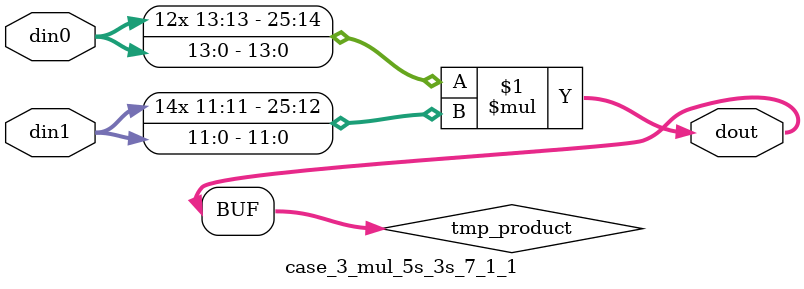
<source format=v>

`timescale 1 ns / 1 ps

 module case_3_mul_5s_3s_7_1_1(din0, din1, dout);
parameter ID = 1;
parameter NUM_STAGE = 0;
parameter din0_WIDTH = 14;
parameter din1_WIDTH = 12;
parameter dout_WIDTH = 26;

input [din0_WIDTH - 1 : 0] din0; 
input [din1_WIDTH - 1 : 0] din1; 
output [dout_WIDTH - 1 : 0] dout;

wire signed [dout_WIDTH - 1 : 0] tmp_product;



























assign tmp_product = $signed(din0) * $signed(din1);








assign dout = tmp_product;





















endmodule

</source>
